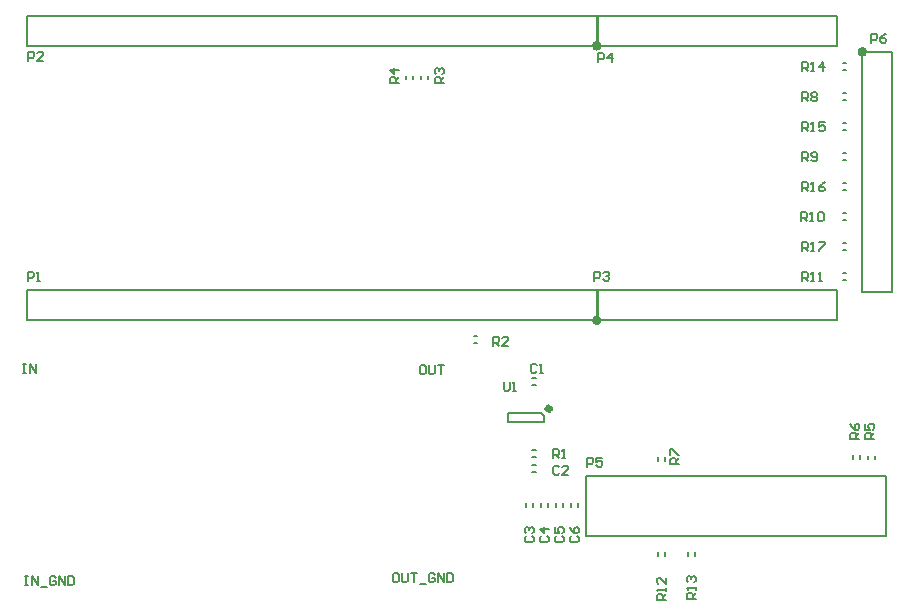
<source format=gto>
G04*
G04 #@! TF.GenerationSoftware,Altium Limited,Altium Designer,20.0.13 (296)*
G04*
G04 Layer_Color=65535*
%FSLAX25Y25*%
%MOIN*%
G70*
G01*
G75*
%ADD10C,0.02000*%
%ADD11C,0.01575*%
%ADD12C,0.00600*%
%ADD13C,0.00787*%
%ADD14C,0.00800*%
D10*
X419600Y291531D02*
G03*
X419600Y291531I-600J0D01*
G01*
D11*
X435787Y412500D02*
G03*
X435787Y412500I-787J0D01*
G01*
X524287Y410500D02*
G03*
X524287Y410500I-787J0D01*
G01*
X435787Y321000D02*
G03*
X435787Y321000I-787J0D01*
G01*
D12*
X417550Y287000D02*
Y289000D01*
X416550Y290000D02*
X417550Y289000D01*
X405550Y290000D02*
X416550D01*
X405550Y287000D02*
Y290000D01*
Y287000D02*
X417550D01*
D13*
X413555Y299319D02*
X414736D01*
X413555Y301681D02*
X414736D01*
X394055Y315681D02*
X395236D01*
X394055Y313319D02*
X395236D01*
X413410Y277681D02*
X414591D01*
X413410Y275319D02*
X414591D01*
X413410Y270319D02*
X414591D01*
X413410Y272681D02*
X414591D01*
X525319Y274764D02*
Y275945D01*
X527681Y274764D02*
Y275945D01*
X522681Y274909D02*
Y276091D01*
X520319Y274909D02*
Y276091D01*
X378681Y401409D02*
Y402591D01*
X376319Y401409D02*
Y402591D01*
X373681Y401409D02*
Y402591D01*
X371319Y401409D02*
Y402591D01*
X515000Y412500D02*
Y422500D01*
X435000Y412500D02*
X515000D01*
X435000D02*
Y422500D01*
X515000D01*
X435500Y412500D02*
Y422500D01*
X245000Y412500D02*
X435500D01*
X245000D02*
Y422500D01*
X252500D01*
X435500D01*
X533500Y330500D02*
Y410500D01*
X523500D02*
X533500D01*
X523500Y330500D02*
Y410500D01*
Y330500D02*
X533500D01*
X517055Y404319D02*
X518236D01*
X517055Y406681D02*
X518236D01*
X517055Y396681D02*
X518236D01*
X517055Y394319D02*
X518236D01*
X517055Y384319D02*
X518236D01*
X517055Y386681D02*
X518236D01*
X517055Y376681D02*
X518236D01*
X517055Y374319D02*
X518236D01*
X517055Y364319D02*
X518236D01*
X517055Y366681D02*
X518236D01*
X517055Y356681D02*
X518236D01*
X517055Y354319D02*
X518236D01*
X517055Y344319D02*
X518236D01*
X517055Y346681D02*
X518236D01*
X517055Y336681D02*
X518236D01*
X517055Y334319D02*
X518236D01*
X455319Y274264D02*
Y275445D01*
X457681Y274264D02*
Y275445D01*
X465319Y242555D02*
Y243736D01*
X467681Y242555D02*
Y243736D01*
X455319Y242555D02*
Y243736D01*
X457681Y242555D02*
Y243736D01*
X426319Y258910D02*
Y260090D01*
X428681Y258910D02*
Y260090D01*
X421319Y258910D02*
Y260090D01*
X423681Y258910D02*
Y260090D01*
X416319Y258910D02*
Y260090D01*
X418681Y258910D02*
Y260090D01*
X411319Y258910D02*
Y260090D01*
X413681Y258910D02*
Y260090D01*
X531500Y249000D02*
Y269000D01*
X431500Y249000D02*
Y269000D01*
X531500D01*
X431500Y249000D02*
X531500D01*
X252500Y331000D02*
X435500D01*
X245000D02*
X252500D01*
X245000Y321000D02*
Y331000D01*
Y321000D02*
X435500D01*
Y331000D01*
X435000D02*
X515000D01*
X435000Y321000D02*
Y331000D01*
Y321000D02*
X515000D01*
Y331000D01*
D14*
X404001Y300500D02*
Y298000D01*
X404500Y297500D01*
X405500D01*
X406000Y298000D01*
Y300500D01*
X407000Y297500D02*
X407999D01*
X407500D01*
Y300500D01*
X407000Y300000D01*
X415000Y306000D02*
X414500Y306500D01*
X413500D01*
X413001Y306000D01*
Y304000D01*
X413500Y303501D01*
X414500D01*
X415000Y304000D01*
X416000Y303501D02*
X416999D01*
X416500D01*
Y306500D01*
X416000Y306000D01*
X400501Y312501D02*
Y315499D01*
X402000D01*
X402500Y315000D01*
Y314000D01*
X402000Y313500D01*
X400501D01*
X401501D02*
X402500Y312501D01*
X405499D02*
X403500D01*
X405499Y314500D01*
Y315000D01*
X404999Y315499D01*
X404000D01*
X403500Y315000D01*
X420501Y275001D02*
Y277999D01*
X422000D01*
X422500Y277500D01*
Y276500D01*
X422000Y276000D01*
X420501D01*
X421500D02*
X422500Y275001D01*
X423500D02*
X424499D01*
X424000D01*
Y277999D01*
X423500Y277500D01*
X422500Y272000D02*
X422000Y272499D01*
X421001D01*
X420501Y272000D01*
Y270000D01*
X421001Y269500D01*
X422000D01*
X422500Y270000D01*
X425499Y269500D02*
X423500D01*
X425499Y271500D01*
Y272000D01*
X424999Y272499D01*
X424000D01*
X423500Y272000D01*
X527499Y281501D02*
X524501D01*
Y283000D01*
X525000Y283500D01*
X526000D01*
X526500Y283000D01*
Y281501D01*
Y282501D02*
X527499Y283500D01*
X524501Y286499D02*
Y284500D01*
X526000D01*
X525500Y285500D01*
Y285999D01*
X526000Y286499D01*
X527000D01*
X527499Y285999D01*
Y285000D01*
X527000Y284500D01*
X522500Y281501D02*
X519500D01*
Y283000D01*
X520000Y283500D01*
X521000D01*
X521500Y283000D01*
Y281501D01*
Y282501D02*
X522500Y283500D01*
X519500Y286499D02*
X520000Y285500D01*
X521000Y284500D01*
X522000D01*
X522500Y285000D01*
Y285999D01*
X522000Y286499D01*
X521500D01*
X521000Y285999D01*
Y284500D01*
X368503Y236749D02*
X367503D01*
X367003Y236250D01*
Y234250D01*
X367503Y233750D01*
X368503D01*
X369003Y234250D01*
Y236250D01*
X368503Y236749D01*
X370002D02*
Y234250D01*
X370502Y233750D01*
X371502D01*
X372002Y234250D01*
Y236749D01*
X373001D02*
X375001D01*
X374001D01*
Y233750D01*
X376000Y233251D02*
X378000D01*
X380999Y236250D02*
X380499Y236749D01*
X379499D01*
X378999Y236250D01*
Y234250D01*
X379499Y233750D01*
X380499D01*
X380999Y234250D01*
Y235250D01*
X379999D01*
X381998Y233750D02*
Y236749D01*
X383998Y233750D01*
Y236749D01*
X384997D02*
Y233750D01*
X386497D01*
X386997Y234250D01*
Y236250D01*
X386497Y236749D01*
X384997D01*
X383999Y400001D02*
X381000D01*
Y401500D01*
X381500Y402000D01*
X382500D01*
X383000Y401500D01*
Y400001D01*
Y401000D02*
X383999Y402000D01*
X381500Y403000D02*
X381000Y403500D01*
Y404499D01*
X381500Y404999D01*
X382000D01*
X382500Y404499D01*
Y404000D01*
Y404499D01*
X383000Y404999D01*
X383500D01*
X383999Y404499D01*
Y403500D01*
X383500Y403000D01*
X369000Y400001D02*
X366001D01*
Y401500D01*
X366500Y402000D01*
X367500D01*
X368000Y401500D01*
Y400001D01*
Y401000D02*
X369000Y402000D01*
Y404499D02*
X366001D01*
X367500Y403000D01*
Y404999D01*
X435501Y407000D02*
Y410000D01*
X437000D01*
X437500Y409500D01*
Y408500D01*
X437000Y408000D01*
X435501D01*
X439999Y407000D02*
Y410000D01*
X438500Y408500D01*
X440499D01*
X245501Y407501D02*
Y410499D01*
X247000D01*
X247500Y410000D01*
Y409000D01*
X247000Y408500D01*
X245501D01*
X250499Y407501D02*
X248500D01*
X250499Y409500D01*
Y410000D01*
X249999Y410499D01*
X249000D01*
X248500Y410000D01*
X526501Y413500D02*
Y416500D01*
X528000D01*
X528500Y416000D01*
Y415000D01*
X528000Y414500D01*
X526501D01*
X531499Y416500D02*
X530500Y416000D01*
X529500Y415000D01*
Y414000D01*
X530000Y413500D01*
X530999D01*
X531499Y414000D01*
Y414500D01*
X530999Y415000D01*
X529500D01*
X503501Y404001D02*
Y406999D01*
X505000D01*
X505500Y406500D01*
Y405500D01*
X505000Y405000D01*
X503501D01*
X504500D02*
X505500Y404001D01*
X506500D02*
X507500D01*
X507000D01*
Y406999D01*
X506500Y406500D01*
X510499Y404001D02*
Y406999D01*
X508999Y405500D01*
X510998D01*
X503501Y394001D02*
Y397000D01*
X505000D01*
X505500Y396500D01*
Y395500D01*
X505000Y395000D01*
X503501D01*
X504500D02*
X505500Y394001D01*
X506500Y396500D02*
X507000Y397000D01*
X507999D01*
X508499Y396500D01*
Y396000D01*
X507999Y395500D01*
X508499Y395000D01*
Y394500D01*
X507999Y394001D01*
X507000D01*
X506500Y394500D01*
Y395000D01*
X507000Y395500D01*
X506500Y396000D01*
Y396500D01*
X507000Y395500D02*
X507999D01*
X503501Y384000D02*
Y387000D01*
X505000D01*
X505500Y386500D01*
Y385500D01*
X505000Y385000D01*
X503501D01*
X504500D02*
X505500Y384000D01*
X506500D02*
X507500D01*
X507000D01*
Y387000D01*
X506500Y386500D01*
X510998Y387000D02*
X508999D01*
Y385500D01*
X509999Y386000D01*
X510499D01*
X510998Y385500D01*
Y384500D01*
X510499Y384000D01*
X509499D01*
X508999Y384500D01*
X503501Y374001D02*
Y376999D01*
X505000D01*
X505500Y376500D01*
Y375500D01*
X505000Y375000D01*
X503501D01*
X504500D02*
X505500Y374001D01*
X506500Y374500D02*
X507000Y374001D01*
X507999D01*
X508499Y374500D01*
Y376500D01*
X507999Y376999D01*
X507000D01*
X506500Y376500D01*
Y376000D01*
X507000Y375500D01*
X508499D01*
X503501Y364001D02*
Y367000D01*
X505000D01*
X505500Y366500D01*
Y365500D01*
X505000Y365000D01*
X503501D01*
X504500D02*
X505500Y364001D01*
X506500D02*
X507500D01*
X507000D01*
Y367000D01*
X506500Y366500D01*
X510998Y367000D02*
X509999Y366500D01*
X508999Y365500D01*
Y364500D01*
X509499Y364001D01*
X510499D01*
X510998Y364500D01*
Y365000D01*
X510499Y365500D01*
X508999D01*
X503251Y354000D02*
Y356999D01*
X504751D01*
X505251Y356500D01*
Y355500D01*
X504751Y355000D01*
X503251D01*
X504251D02*
X505251Y354000D01*
X506250D02*
X507250D01*
X506750D01*
Y356999D01*
X506250Y356500D01*
X508749D02*
X509249Y356999D01*
X510249D01*
X510749Y356500D01*
Y354500D01*
X510249Y354000D01*
X509249D01*
X508749Y354500D01*
Y356500D01*
X503501Y344001D02*
Y347000D01*
X505000D01*
X505500Y346500D01*
Y345500D01*
X505000Y345000D01*
X503501D01*
X504500D02*
X505500Y344001D01*
X506500D02*
X507500D01*
X507000D01*
Y347000D01*
X506500Y346500D01*
X508999Y347000D02*
X510998D01*
Y346500D01*
X508999Y344500D01*
Y344001D01*
X503501Y334000D02*
Y337000D01*
X505000D01*
X505500Y336500D01*
Y335500D01*
X505000Y335000D01*
X503501D01*
X504500D02*
X505500Y334000D01*
X506500D02*
X507500D01*
X507000D01*
Y337000D01*
X506500Y336500D01*
X508999Y334000D02*
X509999D01*
X509499D01*
Y337000D01*
X508999Y336500D01*
X462500Y273001D02*
X459501D01*
Y274500D01*
X460000Y275000D01*
X461000D01*
X461500Y274500D01*
Y273001D01*
Y274001D02*
X462500Y275000D01*
X459501Y276000D02*
Y277999D01*
X460000D01*
X462000Y276000D01*
X462500D01*
X468000Y228251D02*
X465000D01*
Y229751D01*
X465500Y230251D01*
X466500D01*
X467000Y229751D01*
Y228251D01*
Y229251D02*
X468000Y230251D01*
Y231250D02*
Y232250D01*
Y231750D01*
X465000D01*
X465500Y231250D01*
Y233749D02*
X465000Y234249D01*
Y235249D01*
X465500Y235749D01*
X466000D01*
X466500Y235249D01*
Y234749D01*
Y235249D01*
X467000Y235749D01*
X467500D01*
X468000Y235249D01*
Y234249D01*
X467500Y233749D01*
X458000Y227751D02*
X455000D01*
Y229251D01*
X455500Y229751D01*
X456500D01*
X457000Y229251D01*
Y227751D01*
Y228751D02*
X458000Y229751D01*
Y230750D02*
Y231750D01*
Y231250D01*
X455000D01*
X455500Y230750D01*
X458000Y235249D02*
Y233249D01*
X456000Y235249D01*
X455500D01*
X455000Y234749D01*
Y233749D01*
X455500Y233249D01*
X426500Y249000D02*
X426000Y248500D01*
Y247501D01*
X426500Y247001D01*
X428500D01*
X429000Y247501D01*
Y248500D01*
X428500Y249000D01*
X426000Y251999D02*
X426500Y250999D01*
X427500Y250000D01*
X428500D01*
X429000Y250500D01*
Y251499D01*
X428500Y251999D01*
X428000D01*
X427500Y251499D01*
Y250000D01*
X421500Y249000D02*
X421000Y248500D01*
Y247501D01*
X421500Y247001D01*
X423500D01*
X424000Y247501D01*
Y248500D01*
X423500Y249000D01*
X421000Y251999D02*
Y250000D01*
X422500D01*
X422000Y250999D01*
Y251499D01*
X422500Y251999D01*
X423500D01*
X424000Y251499D01*
Y250500D01*
X423500Y250000D01*
X416500Y249000D02*
X416001Y248500D01*
Y247501D01*
X416500Y247001D01*
X418500D01*
X418999Y247501D01*
Y248500D01*
X418500Y249000D01*
X418999Y251499D02*
X416001D01*
X417500Y250000D01*
Y251999D01*
X411500Y249000D02*
X411000Y248500D01*
Y247501D01*
X411500Y247001D01*
X413500D01*
X414000Y247501D01*
Y248500D01*
X413500Y249000D01*
X411500Y250000D02*
X411000Y250500D01*
Y251499D01*
X411500Y251999D01*
X412000D01*
X412500Y251499D01*
Y250999D01*
Y251499D01*
X413000Y251999D01*
X413500D01*
X414000Y251499D01*
Y250500D01*
X413500Y250000D01*
X377501Y305999D02*
X376501D01*
X376001Y305500D01*
Y303500D01*
X376501Y303000D01*
X377501D01*
X378001Y303500D01*
Y305500D01*
X377501Y305999D01*
X379000D02*
Y303500D01*
X379500Y303000D01*
X380500D01*
X381000Y303500D01*
Y305999D01*
X381999D02*
X383999D01*
X382999D01*
Y303000D01*
X244253Y235749D02*
X245252D01*
X244753D01*
Y232750D01*
X244253D01*
X245252D01*
X246752D02*
Y235749D01*
X248751Y232750D01*
Y235749D01*
X249751Y232251D02*
X251750D01*
X254749Y235250D02*
X254249Y235749D01*
X253250D01*
X252750Y235250D01*
Y233250D01*
X253250Y232750D01*
X254249D01*
X254749Y233250D01*
Y234250D01*
X253750D01*
X255749Y232750D02*
Y235749D01*
X257748Y232750D01*
Y235749D01*
X258748D02*
Y232750D01*
X260247D01*
X260747Y233250D01*
Y235250D01*
X260247Y235749D01*
X258748D01*
X243751Y306500D02*
X244750D01*
X244251D01*
Y303501D01*
X243751D01*
X244750D01*
X246250D02*
Y306500D01*
X248249Y303501D01*
Y306500D01*
X431900Y272200D02*
Y275199D01*
X433399D01*
X433899Y274699D01*
Y273699D01*
X433399Y273200D01*
X431900D01*
X436898Y275199D02*
X434899D01*
Y273699D01*
X435899Y274199D01*
X436399D01*
X436898Y273699D01*
Y272700D01*
X436399Y272200D01*
X435399D01*
X434899Y272700D01*
X434200Y334200D02*
Y337199D01*
X435700D01*
X436199Y336699D01*
Y335700D01*
X435700Y335200D01*
X434200D01*
X437199Y336699D02*
X437699Y337199D01*
X438698D01*
X439198Y336699D01*
Y336199D01*
X438698Y335700D01*
X438199D01*
X438698D01*
X439198Y335200D01*
Y334700D01*
X438698Y334200D01*
X437699D01*
X437199Y334700D01*
X245400Y334200D02*
Y337199D01*
X246900D01*
X247399Y336699D01*
Y335700D01*
X246900Y335200D01*
X245400D01*
X248399Y334200D02*
X249399D01*
X248899D01*
Y337199D01*
X248399Y336699D01*
M02*

</source>
